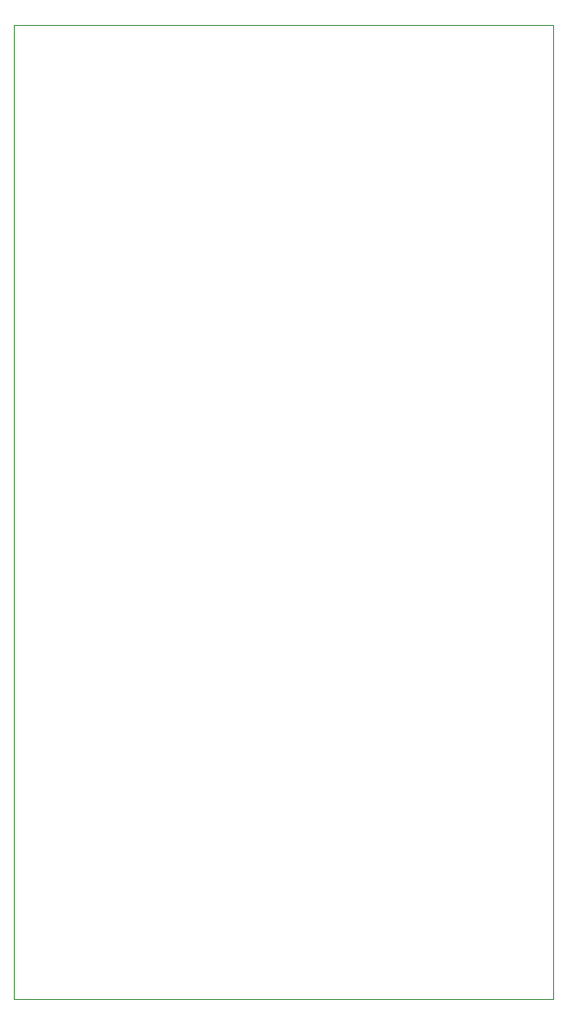
<source format=gbr>
G04 #@! TF.GenerationSoftware,KiCad,Pcbnew,(5.1.4)-1*
G04 #@! TF.CreationDate,2019-11-26T18:47:21+08:00*
G04 #@! TF.ProjectId,TFT8K3548FPC-A1-E-DIP,54465438-4b33-4353-9438-4650432d4131,rev?*
G04 #@! TF.SameCoordinates,Original*
G04 #@! TF.FileFunction,Profile,NP*
%FSLAX46Y46*%
G04 Gerber Fmt 4.6, Leading zero omitted, Abs format (unit mm)*
G04 Created by KiCad (PCBNEW (5.1.4)-1) date 2019-11-26 18:47:21*
%MOMM*%
%LPD*%
G04 APERTURE LIST*
%ADD10C,0.050000*%
G04 APERTURE END LIST*
D10*
X135090000Y-119370000D02*
X149550000Y-119370000D01*
X109720000Y-119370000D02*
X135090000Y-119370000D01*
X100110000Y-119370000D02*
X109720000Y-119370000D01*
X100110000Y-119370000D02*
X100110000Y-30150000D01*
X149550000Y-30150000D02*
X149550000Y-119370000D01*
X100110000Y-30150000D02*
X149550000Y-30150000D01*
M02*

</source>
